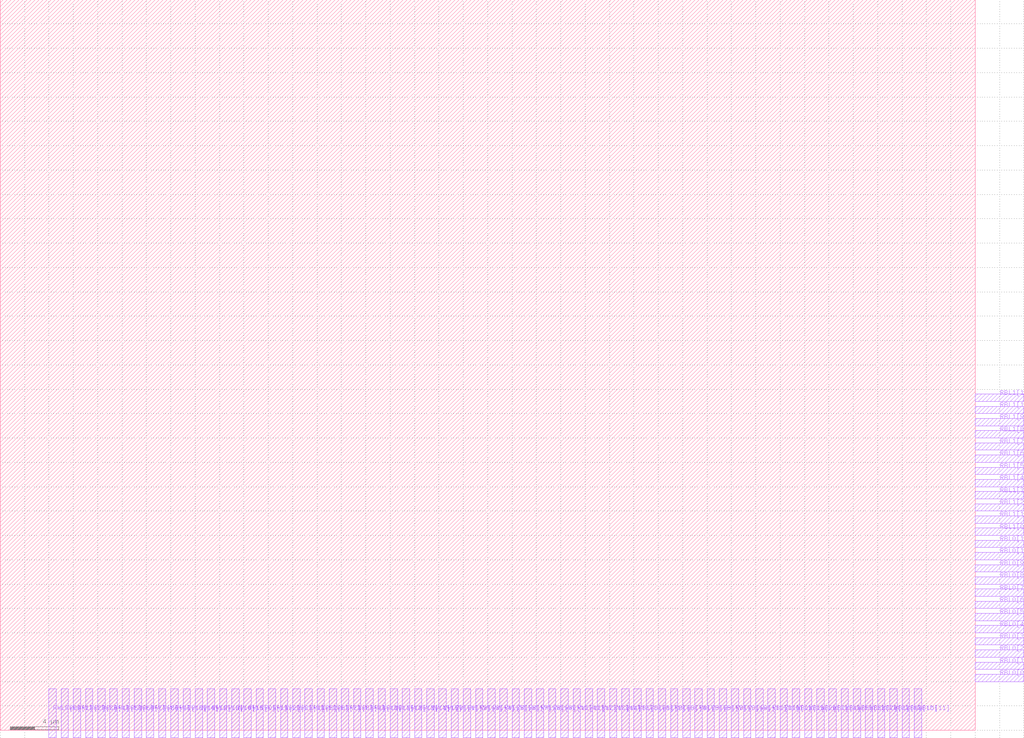
<source format=lef>
VERSION 5.7 ;
  NOWIREEXTENSIONATPIN ON ;
  DIVIDERCHAR "/" ;
  BUSBITCHARS "[]" ;
MACRO toysram_16x12
  CLASS BLOCK ;
  FOREIGN toysram_16x12 ;
  ORIGIN 0.000 0.000 ;
  SIZE 80.000 BY 60.000 ;
  PIN RWL0[0]
    DIRECTION INPUT ;
    USE SIGNAL ;
    PORT
      LAYER met3 ;
        RECT 4.000 -0.600 4.600 3.400 ;
    END
  END RWL0[0]
  PIN RWL0[1]
    DIRECTION INPUT ;
    USE SIGNAL ;
    PORT
      LAYER met3 ;
        RECT 5.000 -0.600 5.600 3.400 ;
    END
  END RWL0[1]
  PIN RWL0[2]
    DIRECTION INPUT ;
    USE SIGNAL ;
    PORT
      LAYER met3 ;
        RECT 6.000 -0.600 6.600 3.400 ;
    END
  END RWL0[2]
  PIN RWL0[3]
    DIRECTION INPUT ;
    USE SIGNAL ;
    PORT
      LAYER met3 ;
        RECT 7.000 -0.600 7.600 3.400 ;
    END
  END RWL0[3]
  PIN RWL0[4]
    DIRECTION INPUT ;
    USE SIGNAL ;
    PORT
      LAYER met3 ;
        RECT 8.000 -0.600 8.600 3.400 ;
    END
  END RWL0[4]
  PIN RWL0[5]
    DIRECTION INPUT ;
    USE SIGNAL ;
    PORT
      LAYER met3 ;
        RECT 9.000 -0.600 9.600 3.400 ;
    END
  END RWL0[5]
  PIN RWL0[6]
    DIRECTION INPUT ;
    USE SIGNAL ;
    PORT
      LAYER met3 ;
        RECT 10.000 -0.600 10.600 3.400 ;
    END
  END RWL0[6]
  PIN RWL0[7]
    DIRECTION INPUT ;
    USE SIGNAL ;
    PORT
      LAYER met3 ;
        RECT 11.000 -0.600 11.600 3.400 ;
    END
  END RWL0[7]
  PIN RWL0[8]
    DIRECTION INPUT ;
    USE SIGNAL ;
    PORT
      LAYER met3 ;
        RECT 12.000 -0.600 12.600 3.400 ;
    END
  END RWL0[8]
  PIN RWL0[9]
    DIRECTION INPUT ;
    USE SIGNAL ;
    PORT
      LAYER met3 ;
        RECT 13.000 -0.600 13.600 3.400 ;
    END
  END RWL0[9]
  PIN RWL0[10]
    DIRECTION INPUT ;
    USE SIGNAL ;
    PORT
      LAYER met3 ;
        RECT 14.000 -0.600 14.600 3.400 ;
    END
  END RWL0[10]
  PIN RWL0[11]
    DIRECTION INPUT ;
    USE SIGNAL ;
    PORT
      LAYER met3 ;
        RECT 15.000 -0.600 15.600 3.400 ;
    END
  END RWL0[11]
  PIN RWL0[12]
    DIRECTION INPUT ;
    USE SIGNAL ;
    PORT
      LAYER met3 ;
        RECT 16.000 -0.600 16.600 3.400 ;
    END
  END RWL0[12]
  PIN RWL0[13]
    DIRECTION INPUT ;
    USE SIGNAL ;
    PORT
      LAYER met3 ;
        RECT 17.000 -0.600 17.600 3.400 ;
    END
  END RWL0[13]
  PIN RWL0[14]
    DIRECTION INPUT ;
    USE SIGNAL ;
    PORT
      LAYER met3 ;
        RECT 18.000 -0.600 18.600 3.400 ;
    END
  END RWL0[14]
  PIN RWL0[15]
    DIRECTION INPUT ;
    USE SIGNAL ;
    PORT
      LAYER met3 ;
        RECT 19.000 -0.600 19.600 3.400 ;
    END
  END RWL0[15]
  PIN RWL1[0]
    DIRECTION INPUT ;
    USE SIGNAL ;
    PORT
      LAYER met3 ;
        RECT 20.000 -0.600 20.600 3.400 ;
    END
  END RWL1[0]
  PIN RWL1[1]
    DIRECTION INPUT ;
    USE SIGNAL ;
    PORT
      LAYER met3 ;
        RECT 21.000 -0.600 21.600 3.400 ;
    END
  END RWL1[1]
  PIN RWL1[2]
    DIRECTION INPUT ;
    USE SIGNAL ;
    PORT
      LAYER met3 ;
        RECT 22.000 -0.600 22.600 3.400 ;
    END
  END RWL1[2]
  PIN RWL1[3]
    DIRECTION INPUT ;
    USE SIGNAL ;
    PORT
      LAYER met3 ;
        RECT 23.000 -0.600 23.600 3.400 ;
    END
  END RWL1[3]
  PIN RWL1[4]
    DIRECTION INPUT ;
    USE SIGNAL ;
    PORT
      LAYER met3 ;
        RECT 24.000 -0.600 24.600 3.400 ;
    END
  END RWL1[4]
  PIN RWL1[5]
    DIRECTION INPUT ;
    USE SIGNAL ;
    PORT
      LAYER met3 ;
        RECT 25.000 -0.600 25.600 3.400 ;
    END
  END RWL1[5]
  PIN RWL1[6]
    DIRECTION INPUT ;
    USE SIGNAL ;
    PORT
      LAYER met3 ;
        RECT 26.000 -0.600 26.600 3.400 ;
    END
  END RWL1[6]
  PIN RWL1[7]
    DIRECTION INPUT ;
    USE SIGNAL ;
    PORT
      LAYER met3 ;
        RECT 27.000 -0.600 27.600 3.400 ;
    END
  END RWL1[7]
  PIN RWL1[8]
    DIRECTION INPUT ;
    USE SIGNAL ;
    PORT
      LAYER met3 ;
        RECT 28.000 -0.600 28.600 3.400 ;
    END
  END RWL1[8]
  PIN RWL1[9]
    DIRECTION INPUT ;
    USE SIGNAL ;
    PORT
      LAYER met3 ;
        RECT 29.000 -0.600 29.600 3.400 ;
    END
  END RWL1[9]
  PIN RWL1[10]
    DIRECTION INPUT ;
    USE SIGNAL ;
    PORT
      LAYER met3 ;
        RECT 30.000 -0.600 30.600 3.400 ;
    END
  END RWL1[10]
  PIN RWL1[11]
    DIRECTION INPUT ;
    USE SIGNAL ;
    PORT
      LAYER met3 ;
        RECT 31.000 -0.600 31.600 3.400 ;
    END
  END RWL1[11]
  PIN RWL1[12]
    DIRECTION INPUT ;
    USE SIGNAL ;
    PORT
      LAYER met3 ;
        RECT 32.000 -0.600 32.600 3.400 ;
    END
  END RWL1[12]
  PIN RWL1[13]
    DIRECTION INPUT ;
    USE SIGNAL ;
    PORT
      LAYER met3 ;
        RECT 33.000 -0.600 33.600 3.400 ;
    END
  END RWL1[13]
  PIN RWL1[14]
    DIRECTION INPUT ;
    USE SIGNAL ;
    PORT
      LAYER met3 ;
        RECT 34.000 -0.600 34.600 3.400 ;
    END
  END RWL1[14]
  PIN RWL1[15]
    DIRECTION INPUT ;
    USE SIGNAL ;
    PORT
      LAYER met3 ;
        RECT 35.000 -0.600 35.600 3.400 ;
    END
  END RWL1[15]
  PIN WWL[0]
    DIRECTION INPUT ;
    USE SIGNAL ;
    PORT
      LAYER met3 ;
        RECT 36.000 -0.600 36.600 3.400 ;
    END
  END WWL[0]
  PIN WWL[1]
    DIRECTION INPUT ;
    USE SIGNAL ;
    PORT
      LAYER met3 ;
        RECT 37.000 -0.600 37.600 3.400 ;
    END
  END WWL[1]
  PIN WWL[2]
    DIRECTION INPUT ;
    USE SIGNAL ;
    PORT
      LAYER met3 ;
        RECT 38.000 -0.600 38.600 3.400 ;
    END
  END WWL[2]
  PIN WWL[3]
    DIRECTION INPUT ;
    USE SIGNAL ;
    PORT
      LAYER met3 ;
        RECT 39.000 -0.600 39.600 3.400 ;
    END
  END WWL[3]
  PIN WWL[4]
    DIRECTION INPUT ;
    USE SIGNAL ;
    PORT
      LAYER met3 ;
        RECT 40.000 -0.600 40.600 3.400 ;
    END
  END WWL[4]
  PIN WWL[5]
    DIRECTION INPUT ;
    USE SIGNAL ;
    PORT
      LAYER met3 ;
        RECT 41.000 -0.600 41.600 3.400 ;
    END
  END WWL[5]
  PIN WWL[6]
    DIRECTION INPUT ;
    USE SIGNAL ;
    PORT
      LAYER met3 ;
        RECT 42.000 -0.600 42.600 3.400 ;
    END
  END WWL[6]
  PIN WWL[7]
    DIRECTION INPUT ;
    USE SIGNAL ;
    PORT
      LAYER met3 ;
        RECT 43.000 -0.600 43.600 3.400 ;
    END
  END WWL[7]
  PIN WWL[8]
    DIRECTION INPUT ;
    USE SIGNAL ;
    PORT
      LAYER met3 ;
        RECT 44.000 -0.600 44.600 3.400 ;
    END
  END WWL[8]
  PIN WWL[9]
    DIRECTION INPUT ;
    USE SIGNAL ;
    PORT
      LAYER met3 ;
        RECT 45.000 -0.600 45.600 3.400 ;
    END
  END WWL[9]
  PIN WWL[10]
    DIRECTION INPUT ;
    USE SIGNAL ;
    PORT
      LAYER met3 ;
        RECT 46.000 -0.600 46.600 3.400 ;
    END
  END WWL[10]
  PIN WWL[11]
    DIRECTION INPUT ;
    USE SIGNAL ;
    PORT
      LAYER met3 ;
        RECT 47.000 -0.600 47.600 3.400 ;
    END
  END WWL[11]
  PIN WWL[12]
    DIRECTION INPUT ;
    USE SIGNAL ;
    PORT
      LAYER met3 ;
        RECT 48.000 -0.600 48.600 3.400 ;
    END
  END WWL[12]
  PIN WWL[13]
    DIRECTION INPUT ;
    USE SIGNAL ;
    PORT
      LAYER met3 ;
        RECT 49.000 -0.600 49.600 3.400 ;
    END
  END WWL[13]
  PIN WWL[14]
    DIRECTION INPUT ;
    USE SIGNAL ;
    PORT
      LAYER met3 ;
        RECT 50.000 -0.600 50.600 3.400 ;
    END
  END WWL[14]
  PIN WWL[15]
    DIRECTION INPUT ;
    USE SIGNAL ;
    PORT
      LAYER met3 ;
        RECT 51.000 -0.600 51.600 3.400 ;
    END
  END WWL[15]
  PIN RBL0[0]
    DIRECTION OUTPUT TRISTATE ;
    USE SIGNAL ;
    PORT
      LAYER met3 ;
        RECT 80.000 4.000 84.000 4.600 ;
    END
  END RBL0[0]
  PIN RBL0[1]
    DIRECTION OUTPUT TRISTATE ;
    USE SIGNAL ;
    PORT
      LAYER met3 ;
        RECT 80.000 5.000 84.000 5.600 ;
    END
  END RBL0[1]
  PIN RBL0[2]
    DIRECTION OUTPUT TRISTATE ;
    USE SIGNAL ;
    PORT
      LAYER met3 ;
        RECT 80.000 6.000 84.000 6.600 ;
    END
  END RBL0[2]
  PIN RBL0[3]
    DIRECTION OUTPUT TRISTATE ;
    USE SIGNAL ;
    PORT
      LAYER met3 ;
        RECT 80.000 7.000 84.000 7.600 ;
    END
  END RBL0[3]
  PIN RBL0[4]
    DIRECTION OUTPUT TRISTATE ;
    USE SIGNAL ;
    PORT
      LAYER met3 ;
        RECT 80.000 8.000 84.000 8.600 ;
    END
  END RBL0[4]
  PIN RBL0[5]
    DIRECTION OUTPUT TRISTATE ;
    USE SIGNAL ;
    PORT
      LAYER met3 ;
        RECT 80.000 9.000 84.000 9.600 ;
    END
  END RBL0[5]
  PIN RBL0[6]
    DIRECTION OUTPUT TRISTATE ;
    USE SIGNAL ;
    PORT
      LAYER met3 ;
        RECT 80.000 10.000 84.000 10.600 ;
    END
  END RBL0[6]
  PIN RBL0[7]
    DIRECTION OUTPUT TRISTATE ;
    USE SIGNAL ;
    PORT
      LAYER met3 ;
        RECT 80.000 11.000 84.000 11.600 ;
    END
  END RBL0[7]
  PIN RBL0[8]
    DIRECTION OUTPUT TRISTATE ;
    USE SIGNAL ;
    PORT
      LAYER met3 ;
        RECT 80.000 12.000 84.000 12.600 ;
    END
  END RBL0[8]
  PIN RBL0[9]
    DIRECTION OUTPUT TRISTATE ;
    USE SIGNAL ;
    PORT
      LAYER met3 ;
        RECT 80.000 13.000 84.000 13.600 ;
    END
  END RBL0[9]
  PIN RBL0[10]
    DIRECTION OUTPUT TRISTATE ;
    USE SIGNAL ;
    PORT
      LAYER met3 ;
        RECT 80.000 14.000 84.000 14.600 ;
    END
  END RBL0[10]
  PIN RBL0[11]
    DIRECTION OUTPUT TRISTATE ;
    USE SIGNAL ;
    PORT
      LAYER met3 ;
        RECT 80.000 15.000 84.000 15.600 ;
    END
  END RBL0[11]
  PIN RBL1[0]
    DIRECTION OUTPUT TRISTATE ;
    USE SIGNAL ;
    PORT
      LAYER met3 ;
        RECT 80.000 16.000 84.000 16.600 ;
    END
  END RBL1[0]
  PIN RBL1[1]
    DIRECTION OUTPUT TRISTATE ;
    USE SIGNAL ;
    PORT
      LAYER met3 ;
        RECT 80.000 17.000 84.000 17.600 ;
    END
  END RBL1[1]
  PIN RBL1[2]
    DIRECTION OUTPUT TRISTATE ;
    USE SIGNAL ;
    PORT
      LAYER met3 ;
        RECT 80.000 18.000 84.000 18.600 ;
    END
  END RBL1[2]
  PIN RBL1[3]
    DIRECTION OUTPUT TRISTATE ;
    USE SIGNAL ;
    PORT
      LAYER met3 ;
        RECT 80.000 19.000 84.000 19.600 ;
    END
  END RBL1[3]
  PIN RBL1[4]
    DIRECTION OUTPUT TRISTATE ;
    USE SIGNAL ;
    PORT
      LAYER met3 ;
        RECT 80.000 20.000 84.000 20.600 ;
    END
  END RBL1[4]
  PIN RBL1[5]
    DIRECTION OUTPUT TRISTATE ;
    USE SIGNAL ;
    PORT
      LAYER met3 ;
        RECT 80.000 21.000 84.000 21.600 ;
    END
  END RBL1[5]
  PIN RBL1[6]
    DIRECTION OUTPUT TRISTATE ;
    USE SIGNAL ;
    PORT
      LAYER met3 ;
        RECT 80.000 22.000 84.000 22.600 ;
    END
  END RBL1[6]
  PIN RBL1[7]
    DIRECTION OUTPUT TRISTATE ;
    USE SIGNAL ;
    PORT
      LAYER met3 ;
        RECT 80.000 23.000 84.000 23.600 ;
    END
  END RBL1[7]
  PIN RBL1[8]
    DIRECTION OUTPUT TRISTATE ;
    USE SIGNAL ;
    PORT
      LAYER met3 ;
        RECT 80.000 24.000 84.000 24.600 ;
    END
  END RBL1[8]
  PIN RBL1[9]
    DIRECTION OUTPUT TRISTATE ;
    USE SIGNAL ;
    PORT
      LAYER met3 ;
        RECT 80.000 25.000 84.000 25.600 ;
    END
  END RBL1[9]
  PIN RBL1[10]
    DIRECTION OUTPUT TRISTATE ;
    USE SIGNAL ;
    PORT
      LAYER met3 ;
        RECT 80.000 26.000 84.000 26.600 ;
    END
  END RBL1[10]
  PIN RBL1[11]
    DIRECTION OUTPUT TRISTATE ;
    USE SIGNAL ;
    PORT
      LAYER met3 ;
        RECT 80.000 27.000 84.000 27.600 ;
    END
  END RBL1[11]
  PIN WBL[0]
    DIRECTION INPUT ;
    USE SIGNAL ;
    PORT
      LAYER met3 ;
        RECT 52.000 -0.600 52.600 3.400 ;
    END
  END WBL[0]
  PIN WBL[1]
    DIRECTION INPUT ;
    USE SIGNAL ;
    PORT
      LAYER met3 ;
        RECT 53.000 -0.600 53.600 3.400 ;
    END
  END WBL[1]
  PIN WBL[2]
    DIRECTION INPUT ;
    USE SIGNAL ;
    PORT
      LAYER met3 ;
        RECT 54.000 -0.600 54.600 3.400 ;
    END
  END WBL[2]
  PIN WBL[3]
    DIRECTION INPUT ;
    USE SIGNAL ;
    PORT
      LAYER met3 ;
        RECT 55.000 -0.600 55.600 3.400 ;
    END
  END WBL[3]
  PIN WBL[4]
    DIRECTION INPUT ;
    USE SIGNAL ;
    PORT
      LAYER met3 ;
        RECT 56.000 -0.600 56.600 3.400 ;
    END
  END WBL[4]
  PIN WBL[5]
    DIRECTION INPUT ;
    USE SIGNAL ;
    PORT
      LAYER met3 ;
        RECT 57.000 -0.600 57.600 3.400 ;
    END
  END WBL[5]
  PIN WBL[6]
    DIRECTION INPUT ;
    USE SIGNAL ;
    PORT
      LAYER met3 ;
        RECT 58.000 -0.600 58.600 3.400 ;
    END
  END WBL[6]
  PIN WBL[7]
    DIRECTION INPUT ;
    USE SIGNAL ;
    PORT
      LAYER met3 ;
        RECT 59.000 -0.600 59.600 3.400 ;
    END
  END WBL[7]
  PIN WBL[8]
    DIRECTION INPUT ;
    USE SIGNAL ;
    PORT
      LAYER met3 ;
        RECT 60.000 -0.600 60.600 3.400 ;
    END
  END WBL[8]
  PIN WBL[9]
    DIRECTION INPUT ;
    USE SIGNAL ;
    PORT
      LAYER met3 ;
        RECT 61.000 -0.600 61.600 3.400 ;
    END
  END WBL[9]
  PIN WBL[10]
    DIRECTION INPUT ;
    USE SIGNAL ;
    PORT
      LAYER met3 ;
        RECT 62.000 -0.600 62.600 3.400 ;
    END
  END WBL[10]
  PIN WBL[11]
    DIRECTION INPUT ;
    USE SIGNAL ;
    PORT
      LAYER met3 ;
        RECT 63.000 -0.600 63.600 3.400 ;
    END
  END WBL[11]
  PIN WBLb[0]
    DIRECTION INPUT ;
    USE SIGNAL ;
    PORT
      LAYER met3 ;
        RECT 64.000 -0.600 64.600 3.400 ;
    END
  END WBLb[0]
  PIN WBLb[1]
    DIRECTION INPUT ;
    USE SIGNAL ;
    PORT
      LAYER met3 ;
        RECT 65.000 -0.600 65.600 3.400 ;
    END
  END WBLb[1]
  PIN WBLb[2]
    DIRECTION INPUT ;
    USE SIGNAL ;
    PORT
      LAYER met3 ;
        RECT 66.000 -0.600 66.600 3.400 ;
    END
  END WBLb[2]
  PIN WBLb[3]
    DIRECTION INPUT ;
    USE SIGNAL ;
    PORT
      LAYER met3 ;
        RECT 67.000 -0.600 67.600 3.400 ;
    END
  END WBLb[3]
  PIN WBLb[4]
    DIRECTION INPUT ;
    USE SIGNAL ;
    PORT
      LAYER met3 ;
        RECT 68.000 -0.600 68.600 3.400 ;
    END
  END WBLb[4]
  PIN WBLb[5]
    DIRECTION INPUT ;
    USE SIGNAL ;
    PORT
      LAYER met3 ;
        RECT 69.000 -0.600 69.600 3.400 ;
    END
  END WBLb[5]
  PIN WBLb[6]
    DIRECTION INPUT ;
    USE SIGNAL ;
    PORT
      LAYER met3 ;
        RECT 70.000 -0.600 70.600 3.400 ;
    END
  END WBLb[6]
  PIN WBLb[7]
    DIRECTION INPUT ;
    USE SIGNAL ;
    PORT
      LAYER met3 ;
        RECT 71.000 -0.600 71.600 3.400 ;
    END
  END WBLb[7]
  PIN WBLb[8]
    DIRECTION INPUT ;
    USE SIGNAL ;
    PORT
      LAYER met3 ;
        RECT 72.000 -0.600 72.600 3.400 ;
    END
  END WBLb[8]
  PIN WBLb[9]
    DIRECTION INPUT ;
    USE SIGNAL ;
    PORT
      LAYER met3 ;
        RECT 73.000 -0.600 73.600 3.400 ;
    END
  END WBLb[9]
  PIN WBLb[10]
    DIRECTION INPUT ;
    USE SIGNAL ;
    PORT
      LAYER met3 ;
        RECT 74.000 -0.600 74.600 3.400 ;
    END
  END WBLb[10]
  PIN WBLb[11]
    DIRECTION INPUT ;
    USE SIGNAL ;
    PORT
      LAYER met3 ;
        RECT 75.000 -0.600 75.600 3.400 ;
    END
  END WBLb[11]
END toysram_16x12
END LIBRARY


</source>
